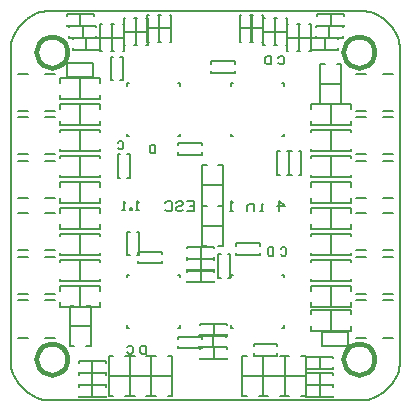
<source format=gbo>
G04*
G04 #@! TF.GenerationSoftware,Altium Limited,Altium Designer,22.9.1 (49)*
G04*
G04 Layer_Color=32896*
%FSLAX25Y25*%
%MOIN*%
G70*
G04*
G04 #@! TF.SameCoordinates,5A2D5F74-2F22-471E-A729-26C66B6EDD7C*
G04*
G04*
G04 #@! TF.FilePolarity,Positive*
G04*
G01*
G75*
%ADD11C,0.00787*%
%ADD13C,0.01732*%
%ADD14C,0.00591*%
%ADD15C,0.00500*%
%ADD96C,0.00591*%
%ADD97C,0.00394*%
%ADD98C,0.00602*%
D11*
X-6298Y1574D02*
X-3937D01*
Y-1969D01*
X-6298D01*
X-3937Y-197D02*
X-5118D01*
X-9841Y983D02*
X-9250Y1574D01*
X-8070D01*
X-7479Y983D01*
Y393D01*
X-8070Y-197D01*
X-9250D01*
X-9841Y-788D01*
Y-1378D01*
X-9250Y-1969D01*
X-8070D01*
X-7479Y-1378D01*
X-13383Y983D02*
X-12792Y1574D01*
X-11612D01*
X-11021Y983D01*
Y-1378D01*
X-11612Y-1969D01*
X-12792D01*
X-13383Y-1378D01*
X24607Y-1969D02*
Y1574D01*
X26378Y-197D01*
X24016D01*
X19294Y-1969D02*
X18113D01*
X18703D01*
Y393D01*
X19294D01*
X16342Y-1969D02*
Y393D01*
X14571D01*
X13980Y-197D01*
Y-1969D01*
X9257D02*
X8077D01*
X8667D01*
Y1574D01*
X9257Y983D01*
D13*
X56339Y-51181D02*
X56239Y-50175D01*
X55946Y-49207D01*
X55469Y-48316D01*
X54828Y-47534D01*
X54046Y-46893D01*
X53155Y-46416D01*
X52187Y-46123D01*
X51181Y-46024D01*
X50175Y-46123D01*
X49207Y-46416D01*
X48316Y-46893D01*
X47534Y-47534D01*
X46893Y-48316D01*
X46416Y-49207D01*
X46123Y-50175D01*
X46024Y-51181D01*
X46123Y-52187D01*
X46416Y-53155D01*
X46893Y-54046D01*
X47534Y-54828D01*
X48316Y-55469D01*
X49207Y-55946D01*
X50175Y-56239D01*
X51181Y-56339D01*
X52187Y-56239D01*
X53155Y-55946D01*
X54046Y-55469D01*
X54828Y-54828D01*
X55469Y-54046D01*
X55946Y-53155D01*
X56239Y-52187D01*
X56339Y-51181D01*
Y51181D02*
X56239Y52187D01*
X55946Y53155D01*
X55469Y54046D01*
X54828Y54828D01*
X54046Y55469D01*
X53155Y55946D01*
X52187Y56239D01*
X51181Y56339D01*
X50175Y56239D01*
X49207Y55946D01*
X48316Y55469D01*
X47534Y54828D01*
X46893Y54046D01*
X46416Y53155D01*
X46123Y52187D01*
X46024Y51181D01*
X46123Y50175D01*
X46416Y49207D01*
X46893Y48316D01*
X47534Y47534D01*
X48316Y46893D01*
X49207Y46416D01*
X50175Y46123D01*
X51181Y46024D01*
X52187Y46123D01*
X53155Y46416D01*
X54046Y46893D01*
X54828Y47534D01*
X55469Y48316D01*
X55946Y49207D01*
X56239Y50175D01*
X56339Y51181D01*
X-46024Y-51181D02*
X-46123Y-50175D01*
X-46416Y-49207D01*
X-46893Y-48316D01*
X-47534Y-47534D01*
X-48316Y-46893D01*
X-49207Y-46416D01*
X-50175Y-46123D01*
X-51181Y-46024D01*
X-52187Y-46123D01*
X-53155Y-46416D01*
X-54046Y-46893D01*
X-54828Y-47534D01*
X-55469Y-48316D01*
X-55946Y-49207D01*
X-56239Y-50175D01*
X-56339Y-51181D01*
X-56239Y-52187D01*
X-55946Y-53155D01*
X-55469Y-54046D01*
X-54828Y-54828D01*
X-54046Y-55469D01*
X-53155Y-55946D01*
X-52187Y-56239D01*
X-51181Y-56339D01*
X-50175Y-56239D01*
X-49207Y-55946D01*
X-48316Y-55469D01*
X-47534Y-54828D01*
X-46893Y-54046D01*
X-46416Y-53155D01*
X-46123Y-52187D01*
X-46024Y-51181D01*
Y51181D02*
X-46123Y52187D01*
X-46416Y53155D01*
X-46893Y54046D01*
X-47534Y54828D01*
X-48316Y55469D01*
X-49207Y55946D01*
X-50175Y56239D01*
X-51181Y56339D01*
X-52187Y56239D01*
X-53155Y55946D01*
X-54046Y55469D01*
X-54828Y54828D01*
X-55469Y54046D01*
X-55946Y53155D01*
X-56239Y52187D01*
X-56339Y51181D01*
X-56239Y50175D01*
X-55946Y49207D01*
X-55469Y48316D01*
X-54828Y47534D01*
X-54046Y46893D01*
X-53155Y46416D01*
X-52187Y46123D01*
X-51181Y46024D01*
X-50175Y46123D01*
X-49207Y46416D01*
X-48316Y46893D01*
X-47534Y47534D01*
X-46893Y48316D01*
X-46416Y49207D01*
X-46123Y50175D01*
X-46024Y51181D01*
D14*
X-36445Y55874D02*
Y56374D01*
X-45445Y55874D02*
X-36445D01*
X-45445D02*
Y56374D01*
Y59374D02*
Y59874D01*
X-36445D01*
Y59374D02*
Y59874D01*
X-40945Y55874D02*
Y59874D01*
X38189Y40551D02*
X45276D01*
X38189Y33858D02*
X39764D01*
X38189D02*
Y47244D01*
X39764D01*
X43701D02*
X45276D01*
Y33858D02*
Y47244D01*
X43701Y33858D02*
X45276D01*
X41732Y-41732D02*
Y-34646D01*
X48425Y-41732D02*
Y-40157D01*
X35039Y-41732D02*
X48425D01*
X35039D02*
Y-40157D01*
Y-36220D02*
Y-34646D01*
X48425D01*
Y-36220D02*
Y-34646D01*
X-35039Y-18898D02*
Y-18110D01*
X-48425D02*
X-35039D01*
X-48425Y-18898D02*
Y-18110D01*
X-35039Y-25197D02*
Y-24409D01*
X-48425Y-25197D02*
X-35039D01*
X-48425D02*
Y-24409D01*
X-41732Y-25197D02*
Y-18110D01*
X35039Y-25197D02*
Y-24409D01*
Y-25197D02*
X48425D01*
Y-24409D01*
X35039Y-18898D02*
Y-18110D01*
X48425D01*
Y-18898D02*
Y-18110D01*
X41732Y-25197D02*
Y-18110D01*
X35039Y18110D02*
Y18898D01*
Y18110D02*
X48425D01*
Y18898D01*
X35039Y24409D02*
Y25197D01*
X48425D01*
Y24409D02*
Y25197D01*
X41732Y18110D02*
Y25197D01*
X-35039Y24409D02*
Y25197D01*
X-48425D02*
X-35039D01*
X-48425Y24409D02*
Y25197D01*
X-35039Y18110D02*
Y18898D01*
X-48425Y18110D02*
X-35039D01*
X-48425D02*
Y18898D01*
X-41732Y18110D02*
Y25197D01*
X-33295Y-55937D02*
Y-55437D01*
X-42295Y-55937D02*
X-33295D01*
X-42295D02*
Y-55437D01*
Y-52437D02*
Y-51937D01*
X-33295D01*
Y-52437D02*
Y-51937D01*
X-37795Y-55937D02*
Y-51937D01*
X33689Y-50862D02*
Y-50362D01*
X42689D01*
Y-50862D02*
Y-50362D01*
Y-54362D02*
Y-53862D01*
X33689Y-54362D02*
X42689D01*
X33689D02*
Y-53862D01*
X38189Y-54362D02*
Y-50362D01*
X15323Y54555D02*
X15823D01*
X15323D02*
Y63555D01*
X15823D01*
X18823D02*
X19323D01*
Y54555D02*
Y63555D01*
X18823Y54555D02*
X19323D01*
X15323Y59055D02*
X19323D01*
X-19323Y54555D02*
X-18823D01*
X-19323D02*
Y63555D01*
X-18823D01*
X-15823D02*
X-15323D01*
Y54555D02*
Y63555D01*
X-15823Y54555D02*
X-15323D01*
X-19323Y59055D02*
X-15323D01*
X-33295Y-63811D02*
Y-63311D01*
X-42295Y-63811D02*
X-33295D01*
X-42295D02*
Y-63311D01*
Y-60311D02*
Y-59811D01*
X-33295D01*
Y-60311D02*
Y-59811D01*
X-37795Y-63811D02*
Y-59811D01*
X33689Y-60311D02*
Y-59811D01*
X42689D01*
Y-60311D02*
Y-59811D01*
Y-63811D02*
Y-63311D01*
X33689Y-63811D02*
X42689D01*
X33689D02*
Y-63311D01*
X38189Y-63811D02*
Y-59811D01*
X23197Y53374D02*
X23697D01*
X23197D02*
Y62374D01*
X23697D01*
X26697D02*
X27197D01*
Y53374D02*
Y62374D01*
X26697Y53374D02*
X27197D01*
X23197Y57874D02*
X27197D01*
X-27197Y53374D02*
X-26697D01*
X-27197D02*
Y62374D01*
X-26697D01*
X-23697D02*
X-23197D01*
Y53374D02*
Y62374D01*
X-23697Y53374D02*
X-23197D01*
X-27197Y57874D02*
X-23197D01*
X-33295Y-59874D02*
Y-59374D01*
X-42295Y-59874D02*
X-33295D01*
X-42295D02*
Y-59374D01*
Y-56374D02*
Y-55874D01*
X-33295D01*
Y-56374D02*
Y-55874D01*
X-37795Y-59874D02*
Y-55874D01*
X33689Y-56374D02*
Y-55874D01*
X42689D01*
Y-56374D02*
Y-55874D01*
Y-59874D02*
Y-59374D01*
X33689Y-59874D02*
X42689D01*
X33689D02*
Y-59374D01*
X38189Y-59874D02*
Y-55874D01*
X31071Y51406D02*
X31571D01*
X31071D02*
Y60405D01*
X31571D01*
X34571D02*
X35071D01*
Y51406D02*
Y60405D01*
X34571Y51406D02*
X35071D01*
X31071Y55905D02*
X35071D01*
X-35071Y51406D02*
X-34571D01*
X-35071D02*
Y60405D01*
X-34571D01*
X-31571D02*
X-31071D01*
Y51406D02*
Y60405D01*
X-31571Y51406D02*
X-31071D01*
X-35071Y55905D02*
X-31071D01*
X37232Y63311D02*
Y63811D01*
X46232D01*
Y63311D02*
Y63811D01*
Y59811D02*
Y60311D01*
X37232Y59811D02*
X46232D01*
X37232D02*
Y60311D01*
X41732Y59811D02*
Y63811D01*
X-37232Y59811D02*
Y60311D01*
X-46232Y59811D02*
X-37232D01*
X-46232D02*
Y60311D01*
Y63311D02*
Y63811D01*
X-37232D01*
Y63311D02*
Y63811D01*
X-41732Y59811D02*
Y63811D01*
X2925Y-25622D02*
Y-25122D01*
X-6075Y-25622D02*
X2925D01*
X-6075D02*
Y-25122D01*
Y-22122D02*
Y-21622D01*
X2925D01*
Y-22122D02*
Y-21622D01*
X-1575Y-25622D02*
Y-21622D01*
X-1744Y-39839D02*
Y-39339D01*
X7256D01*
Y-39839D02*
Y-39339D01*
Y-43339D02*
Y-42839D01*
X-1744Y-43339D02*
X7256D01*
X-1744D02*
Y-42839D01*
X2756Y-43339D02*
Y-39339D01*
X11386Y54555D02*
X11886D01*
X11386D02*
Y63555D01*
X11886D01*
X14886D02*
X15386D01*
Y54555D02*
Y63555D01*
X14886Y54555D02*
X15386D01*
X11386Y59055D02*
X15386D01*
X-15386Y54555D02*
X-14886D01*
X-15386D02*
Y63555D01*
X-14886D01*
X-11886D02*
X-11386D01*
Y54555D02*
Y63555D01*
X-11886Y54555D02*
X-11386D01*
X-15386Y59055D02*
X-11386D01*
X36839Y59374D02*
Y59874D01*
X45839D01*
Y59374D02*
Y59874D01*
Y55874D02*
Y56374D01*
X36839Y55874D02*
X45839D01*
X36839D02*
Y56374D01*
X41339Y55874D02*
Y59874D01*
X2925Y-21685D02*
Y-21185D01*
X-6075Y-21685D02*
X2925D01*
X-6075D02*
Y-21185D01*
Y-18185D02*
Y-17685D01*
X2925D01*
Y-18185D02*
Y-17685D01*
X-1575Y-21685D02*
Y-17685D01*
X-2138Y-43776D02*
Y-43276D01*
X6862D01*
Y-43776D02*
Y-43276D01*
Y-47276D02*
Y-46776D01*
X-2138Y-47276D02*
X6862D01*
X-2138D02*
Y-46776D01*
X2362Y-47276D02*
Y-43276D01*
X19260Y53374D02*
X19760D01*
X19260D02*
Y62374D01*
X19760D01*
X22760D02*
X23260D01*
Y53374D02*
Y62374D01*
X22760Y53374D02*
X23260D01*
X19260Y57874D02*
X23260D01*
X-23260Y53374D02*
X-22760D01*
X-23260D02*
Y62374D01*
X-22760D01*
X-19760D02*
X-19260D01*
Y53374D02*
Y62374D01*
X-19760Y53374D02*
X-19260D01*
X-23260Y57874D02*
X-19260D01*
X35264Y55437D02*
Y55937D01*
X44264D01*
Y55437D02*
Y55937D01*
Y51937D02*
Y52437D01*
X35264Y51937D02*
X44264D01*
X35264D02*
Y52437D01*
X39764Y51937D02*
Y55937D01*
X-35264Y51937D02*
Y52437D01*
X-44264Y51937D02*
X-35264D01*
X-44264D02*
Y52437D01*
Y55437D02*
Y55937D01*
X-35264D01*
Y55437D02*
Y55937D01*
X-39764Y51937D02*
Y55937D01*
X2925Y-17748D02*
Y-17248D01*
X-6075Y-17748D02*
X2925D01*
X-6075D02*
Y-17248D01*
Y-14248D02*
Y-13748D01*
X2925D01*
Y-14248D02*
Y-13748D01*
X-1575Y-17748D02*
Y-13748D01*
X-1744Y-47713D02*
Y-47213D01*
X7256D01*
Y-47713D02*
Y-47213D01*
Y-51213D02*
Y-50713D01*
X-1744Y-51213D02*
X7256D01*
X-1744D02*
Y-50713D01*
X2756Y-51213D02*
Y-47213D01*
X27134Y51406D02*
X27634D01*
X27134D02*
Y60405D01*
X27634D01*
X30634D02*
X31134D01*
Y51406D02*
Y60405D01*
X30634Y51406D02*
X31134D01*
X27134Y55905D02*
X31134D01*
X-31134Y51406D02*
X-30634D01*
X-31134D02*
Y60405D01*
X-30634D01*
X-27634D02*
X-27134D01*
Y51406D02*
Y60405D01*
X-27634Y51406D02*
X-27134D01*
X-31134Y55905D02*
X-27134D01*
X-35039Y-10236D02*
Y-9449D01*
X-48425D02*
X-35039D01*
X-48425Y-10236D02*
Y-9449D01*
X-35039Y-16535D02*
Y-15748D01*
X-48425Y-16535D02*
X-35039D01*
X-48425D02*
Y-15748D01*
X-41732Y-16535D02*
Y-9449D01*
X35039Y-16535D02*
Y-15748D01*
Y-16535D02*
X48425D01*
Y-15748D01*
X35039Y-10236D02*
Y-9449D01*
X48425D01*
Y-10236D02*
Y-9449D01*
X41732Y-16535D02*
Y-9449D01*
X35039Y9449D02*
Y10236D01*
Y9449D02*
X48425D01*
Y10236D01*
X35039Y15748D02*
Y16535D01*
X48425D01*
Y15748D02*
Y16535D01*
X41732Y9449D02*
Y16535D01*
X-35039Y15748D02*
Y16535D01*
X-48425D02*
X-35039D01*
X-48425Y15748D02*
Y16535D01*
X-35039Y9449D02*
Y10236D01*
X-48425Y9449D02*
X-35039D01*
X-48425D02*
Y10236D01*
X-41732Y9449D02*
Y16535D01*
X-25984Y-16535D02*
X-25197D01*
X-25984D02*
Y-8661D01*
X-25197D01*
X-22835D02*
X-22047D01*
Y-16535D02*
Y-8661D01*
X-22835Y-16535D02*
X-22047D01*
X18110Y-16535D02*
Y-15748D01*
X10236Y-16535D02*
X18110D01*
X10236D02*
Y-15748D01*
Y-13386D02*
Y-12598D01*
X18110D01*
Y-13386D02*
Y-12598D01*
X27165Y18110D02*
X27953D01*
Y10236D02*
Y18110D01*
X27165Y10236D02*
X27953D01*
X24016D02*
X24803D01*
X24016D02*
Y18110D01*
X24803D01*
X-25984Y17165D02*
X-25197D01*
Y9291D02*
Y17165D01*
X-25984Y9291D02*
X-25197D01*
X-29134D02*
X-28346D01*
X-29134D02*
Y17165D01*
X-28346D01*
X-45276Y-40157D02*
X-38189D01*
X-39764Y-33465D02*
X-38189D01*
Y-46850D02*
Y-33465D01*
X-39764Y-46850D02*
X-38189D01*
X-45276D02*
X-43701D01*
X-45276D02*
Y-33465D01*
X-43701D01*
X41732Y-7874D02*
Y-787D01*
X48425Y-7874D02*
Y-6299D01*
X35039Y-7874D02*
X48425D01*
X35039D02*
Y-6299D01*
Y-2362D02*
Y-787D01*
X48425D01*
Y-2362D02*
Y-787D01*
X-41732Y-33858D02*
Y-26772D01*
X-48425Y-28346D02*
Y-26772D01*
X-35039D01*
Y-28346D02*
Y-26772D01*
Y-33858D02*
Y-32283D01*
X-48425Y-33858D02*
X-35039D01*
X-48425D02*
Y-32283D01*
X41732Y-33858D02*
Y-26772D01*
X48425Y-33858D02*
Y-32283D01*
X35039Y-33858D02*
X48425D01*
X35039D02*
Y-32283D01*
Y-28346D02*
Y-26772D01*
X48425D01*
Y-28346D02*
Y-26772D01*
X12205Y-56693D02*
X19291D01*
X17717Y-50000D02*
X19291D01*
Y-63386D02*
Y-50000D01*
X17717Y-63386D02*
X19291D01*
X12205D02*
X13780D01*
X12205D02*
Y-50000D01*
X13780D01*
X19291Y-56693D02*
X26378D01*
X24803Y-50000D02*
X26378D01*
Y-63386D02*
Y-50000D01*
X24803Y-63386D02*
X26378D01*
X19291D02*
X20866D01*
X19291D02*
Y-50000D01*
X20866D01*
X41732Y787D02*
Y7874D01*
X48425Y787D02*
Y2362D01*
X35039Y787D02*
X48425D01*
X35039D02*
Y2362D01*
Y6299D02*
Y7874D01*
X48425D01*
Y6299D02*
Y7874D01*
X26378Y-56693D02*
X33465D01*
X31890Y-50000D02*
X33465D01*
Y-63386D02*
Y-50000D01*
X31890Y-63386D02*
X33465D01*
X26378D02*
X27953D01*
X26378D02*
Y-50000D01*
X27953D01*
X-25197Y-56693D02*
X-18110D01*
X-25197Y-63386D02*
X-23622D01*
X-25197D02*
Y-50000D01*
X-23622D01*
X-19685D02*
X-18110D01*
Y-63386D02*
Y-50000D01*
X-19685Y-63386D02*
X-18110D01*
X-41732Y-7874D02*
Y-787D01*
X-48425Y-2362D02*
Y-787D01*
X-35039D01*
Y-2362D02*
Y-787D01*
Y-7874D02*
Y-6299D01*
X-48425Y-7874D02*
X-35039D01*
X-48425D02*
Y-6299D01*
X-18110Y-56693D02*
X-11024D01*
X-18110Y-63386D02*
X-16535D01*
X-18110D02*
Y-50000D01*
X-16535D01*
X-12598D02*
X-11024D01*
Y-63386D02*
Y-50000D01*
X-12598Y-63386D02*
X-11024D01*
X-22441Y-16142D02*
Y-15354D01*
X-14567D01*
Y-16142D02*
Y-15354D01*
Y-19291D02*
Y-18504D01*
X-22441Y-19291D02*
X-14567D01*
X-22441D02*
Y-18504D01*
X7480Y-16142D02*
X8268D01*
Y-24016D02*
Y-16142D01*
X7480Y-24016D02*
X8268D01*
X4331D02*
X5118D01*
X4331D02*
Y-16142D01*
X5118D01*
X1969Y47244D02*
Y48031D01*
X9843D01*
Y47244D02*
Y48031D01*
Y44094D02*
Y44882D01*
X1969Y44094D02*
X9843D01*
X1969D02*
Y44882D01*
X-1181Y16929D02*
Y17717D01*
X-9055Y16929D02*
X-1181D01*
X-9055D02*
Y17717D01*
Y20079D02*
Y20866D01*
X-1181D01*
Y20079D02*
Y20866D01*
X-1181Y-6693D02*
X5906D01*
X-1181Y-13386D02*
X394D01*
X-1181D02*
Y0D01*
X394D01*
X4331D02*
X5906D01*
Y-13386D02*
Y0D01*
X4331Y-13386D02*
X5906D01*
X-1181Y-47638D02*
Y-46850D01*
X-9055Y-47638D02*
X-1181D01*
X-9055D02*
Y-46850D01*
Y-44488D02*
Y-43701D01*
X-1181D01*
Y-44488D02*
Y-43701D01*
X24016Y-50000D02*
Y-49213D01*
X16142Y-50000D02*
X24016D01*
X16142D02*
Y-49213D01*
Y-46850D02*
Y-46063D01*
X24016D01*
Y-46850D02*
Y-46063D01*
X27953Y10236D02*
X28740D01*
X27953D02*
Y18110D01*
X28740D01*
X31102D02*
X31890D01*
Y10236D02*
Y18110D01*
X31102Y10236D02*
X31890D01*
X-28346Y49606D02*
X-27559D01*
Y41732D02*
Y49606D01*
X-28346Y41732D02*
X-27559D01*
X-31496D02*
X-30709D01*
X-31496D02*
Y49606D01*
X-30709D01*
X-1181Y6693D02*
X5906D01*
X4331Y13386D02*
X5906D01*
Y0D02*
Y13386D01*
X4331Y0D02*
X5906D01*
X-1181D02*
X394D01*
X-1181D02*
Y13386D01*
X394D01*
X-41732Y26772D02*
Y33858D01*
X-48425Y32283D02*
Y33858D01*
X-35039D01*
Y32283D02*
Y33858D01*
Y26772D02*
Y28346D01*
X-48425Y26772D02*
X-35039D01*
X-48425D02*
Y28346D01*
X-32283Y-56693D02*
X-25197D01*
X-32283Y-63386D02*
X-30709D01*
X-32283D02*
Y-50000D01*
X-30709D01*
X-26772D02*
X-25197D01*
Y-63386D02*
Y-50000D01*
X-26772Y-63386D02*
X-25197D01*
X-41732Y787D02*
Y7874D01*
X-48425Y6299D02*
Y7874D01*
X-35039D01*
Y6299D02*
Y7874D01*
Y787D02*
Y2362D01*
X-48425Y787D02*
X-35039D01*
X-48425D02*
Y2362D01*
X-41732Y35433D02*
Y42520D01*
X-48425Y40945D02*
Y42520D01*
X-35039D01*
Y40945D02*
Y42520D01*
Y35433D02*
Y37008D01*
X-48425Y35433D02*
X-35039D01*
X-48425D02*
Y37008D01*
X41732Y26772D02*
Y33858D01*
X48425Y26772D02*
Y28346D01*
X35039Y26772D02*
X48425D01*
X35039D02*
Y28346D01*
Y32283D02*
Y33858D01*
X48425D01*
Y32283D02*
Y33858D01*
X-22244Y-1378D02*
X-23162D01*
X-22703D01*
Y1377D01*
X-22244Y918D01*
X-24540Y-1378D02*
Y-919D01*
X-24999D01*
Y-1378D01*
X-24540D01*
X-26836D02*
X-27754D01*
X-27295D01*
Y1377D01*
X-26836Y918D01*
D15*
X-37402Y42913D02*
Y47638D01*
X-46063Y42913D02*
Y47638D01*
X-37402D01*
X-46063Y42913D02*
X-37402D01*
X47638Y-46850D02*
Y-42126D01*
X38976Y-46850D02*
Y-42126D01*
X47638D01*
X38976Y-46850D02*
X47638D01*
X-8465Y-23819D02*
Y-23031D01*
X-26181Y-40748D02*
Y-39961D01*
Y-40748D02*
X-25394D01*
X-9252Y-23031D02*
X-8465D01*
X-26181D02*
X-25394D01*
X-9252Y-40748D02*
X-8465D01*
Y-39961D01*
X-26181Y-23819D02*
Y-23031D01*
X8465Y-40748D02*
Y-39961D01*
X26181Y-23819D02*
Y-23031D01*
X25394D02*
X26181D01*
X8465Y-40748D02*
X9252D01*
X25394D02*
X26181D01*
X8465Y-23031D02*
X9252D01*
X8465Y-23819D02*
Y-23031D01*
X26181Y-40748D02*
Y-39961D01*
X8465Y23031D02*
Y23819D01*
X26181Y39961D02*
Y40748D01*
X25394D02*
X26181D01*
X8465Y23031D02*
X9252D01*
X25394D02*
X26181D01*
X8465Y40748D02*
X9252D01*
X8465Y39961D02*
Y40748D01*
X26181Y23031D02*
Y23819D01*
X-8465Y39961D02*
Y40748D01*
X-26181Y23031D02*
Y23819D01*
Y23031D02*
X-25394D01*
X-9252Y40748D02*
X-8465D01*
X-26181D02*
X-25394D01*
X-9252Y23031D02*
X-8465D01*
Y23819D01*
X-26181Y39961D02*
Y40748D01*
X-53543Y-31594D02*
X-50098D01*
X-62500D02*
X-59055D01*
X-62500Y-43996D02*
X-59055D01*
X-53543D02*
X-50098D01*
X50098D02*
X53543D01*
X59055D02*
X62500D01*
X59055Y-31594D02*
X62500D01*
X50098D02*
X53543D01*
X50098Y31594D02*
X53543D01*
X59055D02*
X62500D01*
X59055Y43996D02*
X62500D01*
X50098D02*
X53543D01*
X-53543D02*
X-50098D01*
X-62500D02*
X-59055D01*
X-62500Y31594D02*
X-59055D01*
X-53543D02*
X-50098D01*
X-53543Y-17028D02*
X-50098D01*
X-62500D02*
X-59055D01*
X-62500Y-29429D02*
X-59055D01*
X-53543D02*
X-50098D01*
X50098D02*
X53543D01*
X59055D02*
X62500D01*
X59055Y-17028D02*
X62500D01*
X50098D02*
X53543D01*
X50098Y17028D02*
X53543D01*
X59055D02*
X62500D01*
X59055Y29429D02*
X62500D01*
X50098D02*
X53543D01*
X-53543D02*
X-50098D01*
X-62500D02*
X-59055D01*
X-62500Y17028D02*
X-59055D01*
X-53543D02*
X-50098D01*
X-53543Y-2461D02*
X-50098D01*
X-62500D02*
X-59055D01*
X-62500Y-14862D02*
X-59055D01*
X-53543D02*
X-50098D01*
X50098D02*
X53543D01*
X59055D02*
X62500D01*
X59055Y-2461D02*
X62500D01*
X50098D02*
X53543D01*
X50098Y2461D02*
X53543D01*
X59055D02*
X62500D01*
X59055Y14862D02*
X62500D01*
X50098D02*
X53543D01*
X-53543D02*
X-50098D01*
X-62500D02*
X-59055D01*
X-62500Y2461D02*
X-59055D01*
X-53543D02*
X-50098D01*
X-64961Y-51181D02*
X-64925Y-52164D01*
X-64820Y-53142D01*
X-64646Y-54110D01*
X-64403Y-55063D01*
X-64092Y-55997D01*
X-63715Y-56905D01*
X-63275Y-57785D01*
X-62773Y-58631D01*
X-62212Y-59439D01*
X-61595Y-60205D01*
X-60925Y-60925D01*
X-60205Y-61595D01*
X-59439Y-62212D01*
X-58631Y-62773D01*
X-57785Y-63275D01*
X-56905Y-63715D01*
X-55997Y-64092D01*
X-55063Y-64403D01*
X-54110Y-64646D01*
X-53142Y-64820D01*
X-52164Y-64925D01*
X-51181Y-64961D01*
X51181D02*
X52164Y-64925D01*
X53142Y-64820D01*
X54110Y-64646D01*
X55063Y-64403D01*
X55997Y-64092D01*
X56905Y-63715D01*
X57785Y-63275D01*
X58631Y-62773D01*
X59439Y-62212D01*
X60205Y-61595D01*
X60925Y-60925D01*
X61595Y-60205D01*
X62212Y-59439D01*
X62773Y-58631D01*
X63275Y-57785D01*
X63715Y-56905D01*
X64092Y-55997D01*
X64403Y-55063D01*
X64646Y-54110D01*
X64820Y-53142D01*
X64925Y-52164D01*
X64961Y-51181D01*
Y51181D02*
X64925Y52164D01*
X64820Y53142D01*
X64646Y54110D01*
X64403Y55063D01*
X64092Y55997D01*
X63715Y56905D01*
X63275Y57785D01*
X62773Y58631D01*
X62212Y59439D01*
X61595Y60205D01*
X60925Y60925D01*
X60205Y61595D01*
X59439Y62212D01*
X58631Y62773D01*
X57785Y63275D01*
X56905Y63715D01*
X55997Y64092D01*
X55063Y64403D01*
X54110Y64646D01*
X53142Y64820D01*
X52164Y64925D01*
X51181Y64961D01*
X-51181D02*
X-52164Y64925D01*
X-53142Y64820D01*
X-54110Y64646D01*
X-55063Y64403D01*
X-55997Y64092D01*
X-56905Y63715D01*
X-57785Y63275D01*
X-58631Y62773D01*
X-59439Y62212D01*
X-60205Y61595D01*
X-60925Y60925D01*
X-61595Y60205D01*
X-62212Y59439D01*
X-62773Y58631D01*
X-63275Y57785D01*
X-63715Y56905D01*
X-64092Y55997D01*
X-64403Y55063D01*
X-64646Y54110D01*
X-64820Y53142D01*
X-64925Y52164D01*
X-64961Y51181D01*
X-51181Y64961D02*
X51181D01*
X64961Y-51181D02*
Y51181D01*
X-51181Y-64961D02*
X51181D01*
X-64960Y-51181D02*
Y51181D01*
D96*
X-18465Y-12598D02*
D03*
X11457D02*
D03*
X18937Y12598D02*
D03*
X-10984D02*
D03*
D97*
X-25591Y-21850D02*
D03*
X25984Y-41929D02*
D03*
Y21850D02*
D03*
X-25591Y41929D02*
D03*
D98*
X-26061Y-47102D02*
X-25602Y-46643D01*
X-24684D01*
X-24224Y-47102D01*
Y-48939D01*
X-24684Y-49398D01*
X-25602D01*
X-26061Y-48939D01*
X-19894Y-46643D02*
Y-49398D01*
X-21271D01*
X-21730Y-48939D01*
Y-47102D01*
X-21271Y-46643D01*
X-19894D01*
X24333Y49355D02*
X24792Y49814D01*
X25710D01*
X26169Y49355D01*
Y47518D01*
X25710Y47059D01*
X24792D01*
X24333Y47518D01*
X21839Y49814D02*
Y47059D01*
X20461D01*
X20002Y47518D01*
Y49355D01*
X20461Y49814D01*
X21839D01*
X-29211Y21008D02*
X-28752Y21468D01*
X-27833D01*
X-27374Y21008D01*
Y19172D01*
X-27833Y18713D01*
X-28752D01*
X-29211Y19172D01*
X-16744Y20287D02*
Y17531D01*
X-18122D01*
X-18581Y17991D01*
Y19827D01*
X-18122Y20287D01*
X-16744D01*
X22626Y-13965D02*
Y-16721D01*
X21249D01*
X20789Y-16261D01*
Y-14425D01*
X21249Y-13965D01*
X22626D01*
X25120Y-14425D02*
X25579Y-13965D01*
X26498D01*
X26957Y-14425D01*
Y-16261D01*
X26498Y-16721D01*
X25579D01*
X25120Y-16261D01*
M02*

</source>
